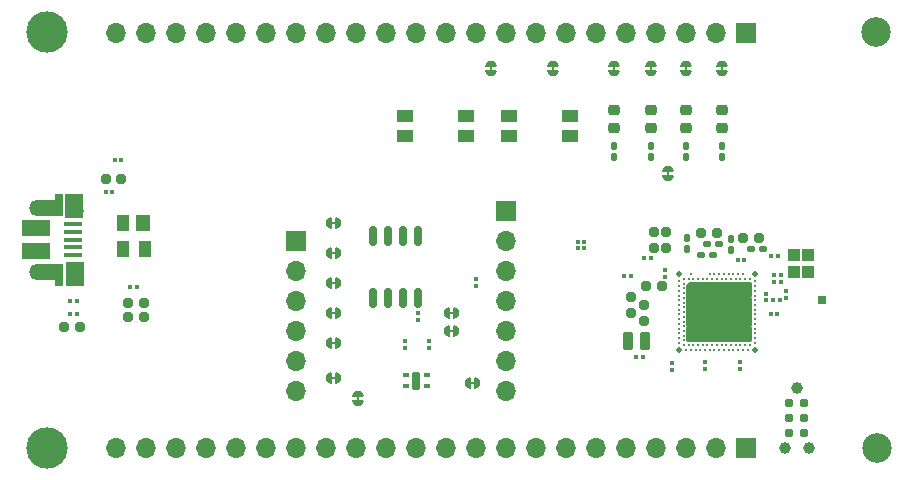
<source format=gbr>
%TF.GenerationSoftware,KiCad,Pcbnew,(6.0.0)*%
%TF.CreationDate,2022-01-14T16:11:58-08:00*%
%TF.ProjectId,nrf5340_qkaa_rev1_sensor,6e726635-3334-4305-9f71-6b61615f7265,rev?*%
%TF.SameCoordinates,Original*%
%TF.FileFunction,Soldermask,Top*%
%TF.FilePolarity,Negative*%
%FSLAX46Y46*%
G04 Gerber Fmt 4.6, Leading zero omitted, Abs format (unit mm)*
G04 Created by KiCad (PCBNEW (6.0.0)) date 2022-01-14 16:11:58*
%MOMM*%
%LPD*%
G01*
G04 APERTURE LIST*
G04 Aperture macros list*
%AMRoundRect*
0 Rectangle with rounded corners*
0 $1 Rounding radius*
0 $2 $3 $4 $5 $6 $7 $8 $9 X,Y pos of 4 corners*
0 Add a 4 corners polygon primitive as box body*
4,1,4,$2,$3,$4,$5,$6,$7,$8,$9,$2,$3,0*
0 Add four circle primitives for the rounded corners*
1,1,$1+$1,$2,$3*
1,1,$1+$1,$4,$5*
1,1,$1+$1,$6,$7*
1,1,$1+$1,$8,$9*
0 Add four rect primitives between the rounded corners*
20,1,$1+$1,$2,$3,$4,$5,0*
20,1,$1+$1,$4,$5,$6,$7,0*
20,1,$1+$1,$6,$7,$8,$9,0*
20,1,$1+$1,$8,$9,$2,$3,0*%
%AMFreePoly0*
4,1,33,0.109567,0.473097,0.144922,0.458452,0.158452,0.444922,0.173097,0.409567,0.175000,0.400000,0.175000,-0.400000,0.173097,-0.409567,0.158452,-0.444922,0.144922,-0.458452,0.109567,-0.473097,0.096442,-0.474746,-0.030338,-0.456518,-0.037165,-0.454513,-0.153673,-0.401305,-0.159660,-0.397458,-0.256459,-0.313581,-0.261118,-0.308203,-0.330365,-0.200453,-0.333321,-0.193980,-0.369407,-0.071085,
-0.370420,-0.064042,-0.370420,0.064042,-0.369407,0.071085,-0.333321,0.193980,-0.330365,0.200453,-0.261118,0.308203,-0.256459,0.313581,-0.159660,0.397458,-0.153673,0.401305,-0.037165,0.454513,-0.030338,0.456518,0.096442,0.474746,0.109567,0.473097,0.109567,0.473097,$1*%
%AMFreePoly1*
4,1,33,0.030338,0.456518,0.037165,0.454513,0.153673,0.401305,0.159660,0.397458,0.256459,0.313581,0.261118,0.308203,0.330365,0.200453,0.333321,0.193980,0.369407,0.071085,0.370420,0.064042,0.370420,-0.064042,0.369407,-0.071085,0.333321,-0.193980,0.330365,-0.200453,0.261118,-0.308203,0.256459,-0.313581,0.159660,-0.397458,0.153673,-0.401305,0.037165,-0.454513,0.030338,-0.456518,
-0.096442,-0.474746,-0.109567,-0.473097,-0.144922,-0.458452,-0.158452,-0.444922,-0.173097,-0.409567,-0.175000,-0.400000,-0.175000,0.400000,-0.173097,0.409567,-0.158452,0.444922,-0.144922,0.458452,-0.109567,0.473097,-0.096442,0.474746,0.030338,0.456518,0.030338,0.456518,$1*%
%AMFreePoly2*
4,1,14,0.710355,0.660355,0.725000,0.625000,0.725000,-0.625000,0.710355,-0.660355,0.675000,-0.675000,-0.675000,-0.675000,-0.710355,-0.660355,-0.725000,-0.625000,-0.725000,0.375000,-0.710355,0.410355,-0.460355,0.660355,-0.425000,0.675000,0.675000,0.675000,0.710355,0.660355,0.710355,0.660355,$1*%
G04 Aperture macros list end*
%ADD10RoundRect,0.079000X-0.096000X0.081000X-0.096000X-0.081000X0.096000X-0.081000X0.096000X0.081000X0*%
%ADD11RoundRect,0.175000X0.250000X-0.225000X0.250000X0.225000X-0.250000X0.225000X-0.250000X-0.225000X0*%
%ADD12RoundRect,0.175000X-0.225000X-0.250000X0.225000X-0.250000X0.225000X0.250000X-0.225000X0.250000X0*%
%ADD13RoundRect,0.125000X-0.150000X0.200000X-0.150000X-0.200000X0.150000X-0.200000X0.150000X0.200000X0*%
%ADD14RoundRect,0.079000X0.081000X0.096000X-0.081000X0.096000X-0.081000X-0.096000X0.081000X-0.096000X0*%
%ADD15C,3.500000*%
%ADD16RoundRect,0.025000X0.063500X-0.175000X0.063500X0.175000X-0.063500X0.175000X-0.063500X-0.175000X0*%
%ADD17FreePoly0,90.000000*%
%ADD18FreePoly1,90.000000*%
%ADD19RoundRect,0.125000X0.150000X-0.200000X0.150000X0.200000X-0.150000X0.200000X-0.150000X-0.200000X0*%
%ADD20RoundRect,0.025000X0.375000X0.700000X-0.375000X0.700000X-0.375000X-0.700000X0.375000X-0.700000X0*%
%ADD21C,2.500000*%
%ADD22FreePoly1,0.000000*%
%ADD23FreePoly0,0.000000*%
%ADD24RoundRect,0.025000X-0.175000X-0.063500X0.175000X-0.063500X0.175000X0.063500X-0.175000X0.063500X0*%
%ADD25R,1.700000X1.700000*%
%ADD26O,1.700000X1.700000*%
%ADD27RoundRect,0.218750X-0.256250X0.218750X-0.256250X-0.218750X0.256250X-0.218750X0.256250X0.218750X0*%
%ADD28RoundRect,0.079000X0.096000X-0.081000X0.096000X0.081000X-0.096000X0.081000X-0.096000X-0.081000X0*%
%ADD29RoundRect,0.175000X-0.250000X0.225000X-0.250000X-0.225000X0.250000X-0.225000X0.250000X0.225000X0*%
%ADD30FreePoly1,180.000000*%
%ADD31RoundRect,0.025000X0.175000X0.063500X-0.175000X0.063500X-0.175000X-0.063500X0.175000X-0.063500X0*%
%ADD32FreePoly0,180.000000*%
%ADD33R,1.200000X1.400000*%
%ADD34R,1.000000X1.400000*%
%ADD35RoundRect,0.025000X0.425000X0.475000X-0.425000X0.475000X-0.425000X-0.475000X0.425000X-0.475000X0*%
%ADD36RoundRect,0.125000X0.200000X0.150000X-0.200000X0.150000X-0.200000X-0.150000X0.200000X-0.150000X0*%
%ADD37RoundRect,0.079000X-0.081000X-0.096000X0.081000X-0.096000X0.081000X0.096000X-0.081000X0.096000X0*%
%ADD38RoundRect,0.175000X0.225000X0.250000X-0.225000X0.250000X-0.225000X-0.250000X0.225000X-0.250000X0*%
%ADD39RoundRect,0.150000X-0.150000X0.675000X-0.150000X-0.675000X0.150000X-0.675000X0.150000X0.675000X0*%
%ADD40R,1.450000X1.000000*%
%ADD41RoundRect,0.087500X-0.187500X-0.087500X0.187500X-0.087500X0.187500X0.087500X-0.187500X0.087500X0*%
%ADD42RoundRect,0.175000X-0.175000X-0.625000X0.175000X-0.625000X0.175000X0.625000X-0.175000X0.625000X0*%
%ADD43C,0.991000*%
%ADD44C,0.787000*%
%ADD45C,0.500000*%
%ADD46C,0.325000*%
%ADD47RoundRect,0.050000X-0.675000X-0.625000X0.675000X-0.625000X0.675000X0.625000X-0.675000X0.625000X0*%
%ADD48FreePoly2,0.000000*%
%ADD49R,0.635000X0.635000*%
%ADD50R,1.650000X0.400000*%
%ADD51R,2.400000X1.430000*%
%ADD52R,0.700000X1.825000*%
%ADD53O,1.700000X1.350000*%
%ADD54O,1.500000X1.100000*%
%ADD55R,2.000000X1.350000*%
%ADD56R,1.500000X2.000000*%
G04 APERTURE END LIST*
D10*
%TO.C,R2*%
X72700000Y-76035000D03*
X72700000Y-76605000D03*
%TD*%
%TO.C,C19*%
X73770000Y-73715000D03*
X73770000Y-74285000D03*
%TD*%
%TO.C,C10*%
X95300000Y-77905000D03*
X95300000Y-78475000D03*
%TD*%
D11*
%TO.C,C17*%
X93750000Y-68175000D03*
X93750000Y-66825000D03*
%TD*%
D10*
%TO.C,C12*%
X101100000Y-77865000D03*
X101100000Y-78435000D03*
%TD*%
D12*
%TO.C,FB1*%
X47340000Y-62350000D03*
X48690000Y-62350000D03*
%TD*%
D13*
%TO.C,R6*%
X99500000Y-59500000D03*
X99500000Y-60500000D03*
%TD*%
D12*
%TO.C,FB2*%
X49215000Y-74050000D03*
X50565000Y-74050000D03*
%TD*%
D14*
%TO.C,C9*%
X92865000Y-77380000D03*
X92295000Y-77380000D03*
%TD*%
D15*
%TO.C,H2*%
X42400000Y-85100000D03*
%TD*%
D16*
%TO.C,SB10*%
X99500000Y-52975000D03*
D17*
X99500000Y-53300000D03*
D18*
X99500000Y-52700000D03*
%TD*%
D19*
%TO.C,C20*%
X96600000Y-68300000D03*
X96600000Y-67300000D03*
%TD*%
D20*
%TO.C,X2*%
X93035001Y-76029998D03*
X91585001Y-76029998D03*
%TD*%
D21*
%TO.C,H4*%
X112700000Y-85100000D03*
%TD*%
D22*
%TO.C,SB5*%
X66960000Y-76240000D03*
D23*
X66360000Y-76240000D03*
D24*
X66685000Y-76240000D03*
%TD*%
D25*
%TO.C,P1*%
X101600000Y-85090000D03*
D26*
X99060000Y-85090000D03*
X96520000Y-85090000D03*
X93980000Y-85090000D03*
X91440000Y-85090000D03*
X88900000Y-85090000D03*
X86360000Y-85090000D03*
X83820000Y-85090000D03*
X81280000Y-85090000D03*
X78740000Y-85090000D03*
X76200000Y-85090000D03*
X73660000Y-85090000D03*
X71120000Y-85090000D03*
X68580000Y-85090000D03*
X66040000Y-85090000D03*
X63500000Y-85090000D03*
X60960000Y-85090000D03*
X58420000Y-85090000D03*
X55880000Y-85090000D03*
X53340000Y-85090000D03*
X50800000Y-85090000D03*
X48260000Y-85090000D03*
%TD*%
D10*
%TO.C,C14*%
X103920000Y-70495000D03*
X103920000Y-71065000D03*
%TD*%
D22*
%TO.C,SB3*%
X66960000Y-71160000D03*
D23*
X66360000Y-71160000D03*
D24*
X66685000Y-71160000D03*
%TD*%
D27*
%TO.C,D3*%
X96500000Y-56482500D03*
X96500000Y-58057500D03*
%TD*%
D28*
%TO.C,C2*%
X104990000Y-72375000D03*
X104990000Y-71805000D03*
%TD*%
D27*
%TO.C,D2*%
X99500000Y-56482500D03*
X99500000Y-58057500D03*
%TD*%
D16*
%TO.C,SB13*%
X90430000Y-52975000D03*
D18*
X90430000Y-52700000D03*
D17*
X90430000Y-53300000D03*
%TD*%
D14*
%TO.C,C32*%
X48691500Y-60725000D03*
X48121500Y-60725000D03*
%TD*%
%TO.C,C30*%
X44925000Y-73750000D03*
X44355000Y-73750000D03*
%TD*%
D23*
%TO.C,SB7*%
X76330000Y-75170000D03*
D22*
X76930000Y-75170000D03*
D24*
X76655000Y-75170000D03*
%TD*%
D29*
%TO.C,L4*%
X91840000Y-72365000D03*
X91840000Y-73715000D03*
%TD*%
D30*
%TO.C,SB0*%
X76330000Y-73650000D03*
D31*
X76605000Y-73650000D03*
D32*
X76930000Y-73650000D03*
%TD*%
D10*
%TO.C,R54*%
X87880000Y-67628479D03*
X87880000Y-68198479D03*
%TD*%
D33*
%TO.C,D1*%
X50535000Y-66050000D03*
D34*
X48815000Y-66050000D03*
X48815000Y-68250000D03*
X50715000Y-68250000D03*
%TD*%
D35*
%TO.C,X1*%
X106795000Y-70200000D03*
X105645000Y-70200000D03*
X105645000Y-68800000D03*
X106795000Y-68800000D03*
%TD*%
D22*
%TO.C,SB6*%
X66960000Y-79140000D03*
D24*
X66685000Y-79140000D03*
D23*
X66360000Y-79140000D03*
%TD*%
D36*
%TO.C,C3*%
X103010000Y-68260000D03*
X102010000Y-68260000D03*
%TD*%
D37*
%TO.C,C15*%
X103705000Y-68840000D03*
X104275000Y-68840000D03*
%TD*%
D38*
%TO.C,L3*%
X99085000Y-66890000D03*
X97735000Y-66890000D03*
%TD*%
D14*
%TO.C,R55*%
X44925000Y-72700000D03*
X44355000Y-72700000D03*
%TD*%
D13*
%TO.C,R8*%
X93500000Y-59500000D03*
X93500000Y-60500000D03*
%TD*%
D15*
%TO.C,H1*%
X42400000Y-49900000D03*
%TD*%
D19*
%TO.C,C16*%
X100300000Y-68375000D03*
X100300000Y-67375000D03*
%TD*%
D37*
%TO.C,C31*%
X49455000Y-71475000D03*
X50025000Y-71475000D03*
%TD*%
D38*
%TO.C,FB3*%
X45165000Y-74850000D03*
X43815000Y-74850000D03*
%TD*%
D39*
%TO.C,U2*%
X73770000Y-67120000D03*
X72500000Y-67120000D03*
X71230000Y-67120000D03*
X69960000Y-67120000D03*
X69960000Y-72370000D03*
X71230000Y-72370000D03*
X72500000Y-72370000D03*
X73770000Y-72370000D03*
%TD*%
D10*
%TO.C,R3*%
X74700000Y-76035000D03*
X74700000Y-76605000D03*
%TD*%
D21*
%TO.C,H3*%
X112600000Y-49900000D03*
%TD*%
D38*
%TO.C,L2*%
X102675000Y-67310000D03*
X101325000Y-67310000D03*
%TD*%
D10*
%TO.C,C11*%
X98110000Y-77865000D03*
X98110000Y-78435000D03*
%TD*%
D11*
%TO.C,C18*%
X94825000Y-68175000D03*
X94825000Y-66825000D03*
%TD*%
D18*
%TO.C,SB14*%
X85250000Y-52700000D03*
D16*
X85250000Y-52975000D03*
D17*
X85250000Y-53300000D03*
%TD*%
D23*
%TO.C,SB2*%
X66350000Y-68620000D03*
D22*
X66950000Y-68620000D03*
D24*
X66675000Y-68620000D03*
%TD*%
D12*
%TO.C,C34*%
X49215000Y-72825000D03*
X50565000Y-72825000D03*
%TD*%
D38*
%TO.C,C22*%
X94450000Y-71410000D03*
X93100000Y-71410000D03*
%TD*%
D24*
%TO.C,SB1*%
X66685000Y-66080000D03*
D23*
X66360000Y-66080000D03*
D22*
X66960000Y-66080000D03*
%TD*%
D40*
%TO.C,SW1*%
X81525000Y-56990000D03*
X86675000Y-56990000D03*
X86675000Y-58690000D03*
X81525000Y-58690000D03*
%TD*%
D27*
%TO.C,D5*%
X90430000Y-56482500D03*
X90430000Y-58057500D03*
%TD*%
D28*
%TO.C,C1*%
X103250000Y-72600000D03*
X103250000Y-72030000D03*
%TD*%
D24*
%TO.C,SB4*%
X66685000Y-73700000D03*
D23*
X66360000Y-73700000D03*
D22*
X66960000Y-73700000D03*
%TD*%
D41*
%TO.C,U4*%
X72745000Y-78900000D03*
X72745000Y-79900000D03*
X74595000Y-79900000D03*
X74595000Y-78900000D03*
D42*
X73670000Y-79400000D03*
%TD*%
D36*
%TO.C,C7*%
X98800000Y-68770000D03*
X97800000Y-68770000D03*
%TD*%
D10*
%TO.C,R53*%
X87320000Y-67628479D03*
X87320000Y-68198479D03*
%TD*%
D37*
%TO.C,C6*%
X100855000Y-69210000D03*
X101425000Y-69210000D03*
%TD*%
%TO.C,L1*%
X103835000Y-72600000D03*
X104405000Y-72600000D03*
%TD*%
D28*
%TO.C,C8*%
X94680000Y-70605000D03*
X94680000Y-70035000D03*
%TD*%
D25*
%TO.C,P3*%
X81280000Y-65080007D03*
D26*
X81280000Y-67620007D03*
X81280000Y-70160007D03*
X81280000Y-72700007D03*
X81280000Y-75240007D03*
X81280000Y-77780007D03*
X81280000Y-80320007D03*
%TD*%
D13*
%TO.C,R7*%
X96500000Y-59500000D03*
X96500000Y-60500000D03*
%TD*%
D37*
%TO.C,R1*%
X92915000Y-69000000D03*
X93485000Y-69000000D03*
%TD*%
D13*
%TO.C,R9*%
X90420000Y-59500000D03*
X90420000Y-60500000D03*
%TD*%
D18*
%TO.C,SB15*%
X80020000Y-52690000D03*
D17*
X80020000Y-53290000D03*
D16*
X80020000Y-52965000D03*
%TD*%
D37*
%TO.C,R4*%
X91265000Y-70520000D03*
X91835000Y-70520000D03*
%TD*%
D17*
%TO.C,SB8*%
X68740000Y-81190000D03*
D16*
X68740000Y-80865000D03*
D18*
X68740000Y-80590000D03*
%TD*%
D11*
%TO.C,C21*%
X92930000Y-74325000D03*
X92930000Y-72975000D03*
%TD*%
D25*
%TO.C,P2*%
X101600000Y-50000000D03*
D26*
X99060000Y-50000000D03*
X96520000Y-50000000D03*
X93980000Y-50000000D03*
X91440000Y-50000000D03*
X88900000Y-50000000D03*
X86360000Y-50000000D03*
X83820000Y-50000000D03*
X81280000Y-50000000D03*
X78740000Y-50000000D03*
X76200000Y-50000000D03*
X73660000Y-50000000D03*
X71120000Y-50000000D03*
X68580000Y-50000000D03*
X66040000Y-50000000D03*
X63500000Y-50000000D03*
X60960000Y-50000000D03*
X58420000Y-50000000D03*
X55880000Y-50000000D03*
X53340000Y-50000000D03*
X50800000Y-50000000D03*
X48260000Y-50000000D03*
%TD*%
D10*
%TO.C,R5*%
X78750000Y-70815000D03*
X78750000Y-71385000D03*
%TD*%
D37*
%TO.C,C13*%
X103645000Y-73790000D03*
X104215000Y-73790000D03*
%TD*%
%TO.C,C33*%
X47342000Y-63475000D03*
X47912000Y-63475000D03*
%TD*%
D40*
%TO.C,SW2*%
X77875000Y-56990000D03*
X72725000Y-56990000D03*
X72725000Y-58690000D03*
X77875000Y-58690000D03*
%TD*%
D25*
%TO.C,P4*%
X63500000Y-67620007D03*
D26*
X63500000Y-70160007D03*
X63500000Y-72700007D03*
X63500000Y-75240007D03*
X63500000Y-77780007D03*
X63500000Y-80320007D03*
%TD*%
D43*
%TO.C,SWD1*%
X105860000Y-80010000D03*
X104845000Y-85090000D03*
X106875000Y-85090000D03*
D44*
X105225000Y-81280000D03*
X106495000Y-81280000D03*
X105225000Y-82550000D03*
X106495000Y-82550000D03*
X105225000Y-83820000D03*
X106495000Y-83820000D03*
%TD*%
D45*
%TO.C,U1*%
X95900000Y-70400000D03*
D46*
X96900000Y-70400000D03*
X98500000Y-70400000D03*
X98900000Y-70400000D03*
X99300000Y-70400000D03*
X99700000Y-70400000D03*
X100100000Y-70400000D03*
X100500000Y-70400000D03*
X100900000Y-70400000D03*
X101300000Y-70400000D03*
D45*
X102300000Y-70400000D03*
D46*
X95900000Y-74600000D03*
X102300000Y-74600000D03*
X96300000Y-74800000D03*
X95900000Y-75000000D03*
X102300000Y-75000000D03*
X96300000Y-75200000D03*
X95900000Y-75400000D03*
X102300000Y-75400000D03*
X96300000Y-75600000D03*
X95900000Y-75800000D03*
X102300000Y-75800000D03*
X96300000Y-76000000D03*
X95900000Y-76200000D03*
X102300000Y-76200000D03*
X96300000Y-76400000D03*
X96700000Y-76400000D03*
X97100000Y-76400000D03*
X97500000Y-76400000D03*
X97900000Y-76400000D03*
X98300000Y-76400000D03*
X98700000Y-76400000D03*
X99100000Y-76400000D03*
X99500000Y-76400000D03*
X99900000Y-76400000D03*
X100300000Y-76400000D03*
X100700000Y-76400000D03*
X101100000Y-76400000D03*
X101500000Y-76400000D03*
X101900000Y-76400000D03*
D45*
X95900000Y-76800000D03*
D46*
X96500000Y-76800000D03*
X96900000Y-76800000D03*
X97300000Y-76800000D03*
X97700000Y-76800000D03*
X98100000Y-76800000D03*
X98500000Y-76800000D03*
X98900000Y-76800000D03*
X99300000Y-76800000D03*
X99700000Y-76800000D03*
X100100000Y-76800000D03*
X100500000Y-76800000D03*
X100900000Y-76800000D03*
X101300000Y-76800000D03*
X101700000Y-76800000D03*
D45*
X102300000Y-76800000D03*
D46*
X96300000Y-70800000D03*
X96700000Y-70800000D03*
X97100000Y-70800000D03*
X97500000Y-70800000D03*
X97900000Y-70800000D03*
X98300000Y-70800000D03*
X98700000Y-70800000D03*
X99100000Y-70800000D03*
X99500000Y-70800000D03*
X99900000Y-70800000D03*
X100300000Y-70800000D03*
X100700000Y-70800000D03*
X101100000Y-70800000D03*
X101500000Y-70800000D03*
X101900000Y-70800000D03*
X95900000Y-71000000D03*
X102300000Y-71000000D03*
X96300000Y-71200000D03*
X95900000Y-71400000D03*
X102300000Y-71400000D03*
X96300000Y-71600000D03*
X95900000Y-71800000D03*
X102300000Y-71800000D03*
X96300000Y-72000000D03*
X95900000Y-72200000D03*
X102300000Y-72200000D03*
X96300000Y-72400000D03*
X95900000Y-72600000D03*
X102300000Y-72600000D03*
X96300000Y-72800000D03*
X95900000Y-73000000D03*
X102300000Y-73000000D03*
X96300000Y-73200000D03*
D47*
X99975000Y-72975000D03*
X97275000Y-74225000D03*
X101325000Y-75475000D03*
D48*
X97275000Y-71725000D03*
D47*
X99975000Y-74225000D03*
X98625000Y-71725000D03*
X98625000Y-72975000D03*
X99975000Y-75475000D03*
X101325000Y-74225000D03*
X99975000Y-71725000D03*
X98625000Y-74225000D03*
X97275000Y-75475000D03*
X97275000Y-72975000D03*
X101325000Y-71725000D03*
X101325000Y-72975000D03*
X98625000Y-75475000D03*
D46*
X95900000Y-73400000D03*
X102300000Y-73400000D03*
X96300000Y-73600000D03*
X95900000Y-73800000D03*
X102300000Y-73800000D03*
X96300000Y-74000000D03*
X95900000Y-74200000D03*
X102300000Y-74200000D03*
X96300000Y-74400000D03*
%TD*%
D28*
%TO.C,C4*%
X104500000Y-71060000D03*
X104500000Y-70490000D03*
%TD*%
D36*
%TO.C,C5*%
X99300000Y-67825000D03*
X98300000Y-67825000D03*
%TD*%
D49*
%TO.C,ANT1*%
X108000000Y-72600000D03*
%TD*%
D18*
%TO.C,SB17*%
X95000000Y-61590000D03*
D16*
X95000000Y-61865000D03*
D17*
X95000000Y-62190000D03*
%TD*%
D32*
%TO.C,SB9*%
X78700000Y-79600000D03*
D30*
X78100000Y-79600000D03*
D31*
X78375000Y-79600000D03*
%TD*%
D27*
%TO.C,D4*%
X93500000Y-56482500D03*
X93500000Y-58057500D03*
%TD*%
D17*
%TO.C,SB12*%
X93500000Y-53300000D03*
D16*
X93500000Y-52975000D03*
D18*
X93500000Y-52700000D03*
%TD*%
D17*
%TO.C,SB11*%
X96500000Y-53300000D03*
D18*
X96500000Y-52700000D03*
D16*
X96500000Y-52975000D03*
%TD*%
D50*
%TO.C,USB1*%
X44600000Y-66180000D03*
X44600000Y-66830000D03*
X44600000Y-67480000D03*
X44600000Y-68130000D03*
X44600000Y-68780000D03*
D51*
X41450000Y-68440000D03*
D52*
X43400000Y-70480000D03*
D53*
X41720000Y-70210000D03*
D54*
X44720000Y-65060000D03*
D51*
X41450000Y-66520000D03*
D55*
X42650000Y-64750000D03*
X42650000Y-70230000D03*
D56*
X44700000Y-64630000D03*
X44720000Y-70380000D03*
D52*
X43400000Y-64530000D03*
D54*
X44720000Y-69900000D03*
D53*
X41720000Y-64750000D03*
%TD*%
M02*

</source>
